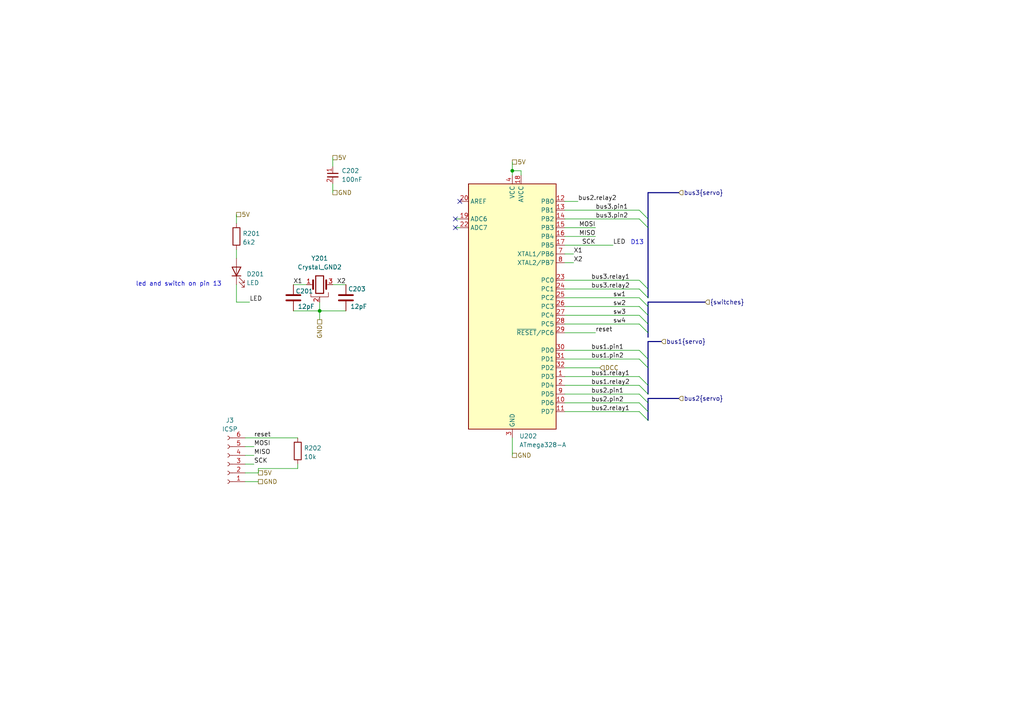
<source format=kicad_sch>
(kicad_sch (version 20230121) (generator eeschema)
  (paper "A4")
  (lib_symbols
    (symbol "Connector:Conn_01x06_Socket" (pin_names (offset 1.016) hide)
      (property "Reference" "J" (at 0 7.62 0))
      (property "Value" "Conn_01x06_Socket" (at 0 -10.16 0))
      (symbol "Conn_01x06_Socket_1_1"
        (arc (start 0 -7.112) (mid -0.5058 -7.62) (end 0 -8.128) (stroke (width 0.1524)))
        (arc (start 0 -4.572) (mid -0.5058 -5.08) (end 0 -5.588) (stroke (width 0.1524)))
        (arc (start 0 -2.032) (mid -0.5058 -2.54) (end 0 -3.048) (stroke (width 0.1524)))
        (polyline (pts (xy -1.27 -7.62) (xy -0.508 -7.62)) (stroke (width 0.1524)))
        (polyline (pts (xy -1.27 -5.08) (xy -0.508 -5.08)) (stroke (width 0.1524)))
        (polyline (pts (xy -1.27 -2.54) (xy -0.508 -2.54)) (stroke (width 0.1524)))
        (polyline (pts (xy -1.27 0) (xy -0.508 0)) (stroke (width 0.1524)))
        (polyline (pts (xy -1.27 2.54) (xy -0.508 2.54)) (stroke (width 0.1524)))
        (polyline (pts (xy -1.27 5.08) (xy -0.508 5.08)) (stroke (width 0.1524)))
        (arc (start 0 0.508) (mid -0.5058 0) (end 0 -0.508) (stroke (width 0.1524)))
        (arc (start 0 3.048) (mid -0.5058 2.54) (end 0 2.032) (stroke (width 0.1524)))
        (arc (start 0 5.588) (mid -0.5058 5.08) (end 0 4.572) (stroke (width 0.1524)))
        (pin passive line (at -5.08 5.08 0) (length 3.81) (name "Pin_1") (number "1"))
        (pin passive line (at -5.08 2.54 0) (length 3.81) (name "Pin_2") (number "2"))
        (pin passive line (at -5.08 0 0) (length 3.81) (name "Pin_3") (number "3"))
        (pin passive line (at -5.08 -2.54 0) (length 3.81) (name "Pin_4") (number "4"))
        (pin passive line (at -5.08 -5.08 0) (length 3.81) (name "Pin_5") (number "5"))
        (pin passive line (at -5.08 -7.62 0) (length 3.81) (name "Pin_6") (number "6"))
      )
    )
    (symbol "Device:C" (pin_numbers hide) (pin_names (offset 0.254))
      (property "Reference" "C" (at 0.635 2.54 0))
      (property "Value" "C" (at 0.635 -2.54 0))
      (symbol "C_0_1"
        (polyline (pts (xy -2.032 -0.762) (xy 2.032 -0.762)) (stroke (width 0.508)))
        (polyline (pts (xy -2.032 0.762) (xy 2.032 0.762)) (stroke (width 0.508)))
      )
      (symbol "C_1_1"
        (pin passive line (at 0 3.81 270) (length 2.794) (name "~") (number "1"))
        (pin passive line (at 0 -3.81 90) (length 2.794) (name "~") (number "2"))
      )
    )
    (symbol "Device:LED" (pin_numbers hide) (pin_names (offset 1.016) hide)
      (property "Reference" "D" (at 0 2.54 0))
      (property "Value" "LED" (at 0 -2.54 0))
      (symbol "LED_0_1"
        (polyline (pts (xy -1.27 -1.27) (xy -1.27 1.27)) (stroke (width 0.254)))
        (polyline (pts (xy -1.27 0) (xy 1.27 0)))
        (polyline (pts (xy 1.27 -1.27) (xy 1.27 1.27) (xy -1.27 0) (xy 1.27 -1.27)) (stroke (width 0.254)))
        (polyline (pts (xy -3.048 -0.762) (xy -4.572 -2.286) (xy -3.81 -2.286) (xy -4.572 -2.286) (xy -4.572 -1.524)))
        (polyline (pts (xy -1.778 -0.762) (xy -3.302 -2.286) (xy -2.54 -2.286) (xy -3.302 -2.286) (xy -3.302 -1.524)))
      )
      (symbol "LED_1_1"
        (pin passive line (at -3.81 0 0) (length 2.54) (name "K") (number "1"))
        (pin passive line (at 3.81 0 180) (length 2.54) (name "A") (number "2"))
      )
    )
    (symbol "Device:R" (pin_numbers hide) (pin_names (offset 0))
      (property "Reference" "R" (at 2.032 0 90))
      (property "Value" "R" (at 0 0 90))
      (symbol "R_0_1"
        (rectangle (start -1.016 -2.54) (end 1.016 2.54) (stroke (width 0.254)))
      )
      (symbol "R_1_1"
        (pin passive line (at 0 3.81 270) (length 1.27) (name "~") (number "1"))
        (pin passive line (at 0 -3.81 90) (length 1.27) (name "~") (number "2"))
      )
    )
    (symbol "MCU_Microchip_ATmega:ATmega328-A"
      (property "Reference" "U" (at -12.7 36.83 0))
      (property "Value" "ATmega328-A" (at 2.54 -36.83 0))
      (symbol "ATmega328-A_0_1"
        (rectangle (start -12.7 -35.56) (end 12.7 35.56) (stroke (width 0.254)) (fill (type background)))
      )
      (symbol "ATmega328-A_1_1"
        (pin bidirectional line (at 15.24 -20.32 180) (length 2.54) (name "PD3") (number "1"))
        (pin bidirectional line (at 15.24 -27.94 180) (length 2.54) (name "PD6") (number "10"))
        (pin bidirectional line (at 15.24 -30.48 180) (length 2.54) (name "PD7") (number "11"))
        (pin bidirectional line (at 15.24 30.48 180) (length 2.54) (name "PB0") (number "12"))
        (pin bidirectional line (at 15.24 27.94 180) (length 2.54) (name "PB1") (number "13"))
        (pin bidirectional line (at 15.24 25.4 180) (length 2.54) (name "PB2") (number "14"))
        (pin bidirectional line (at 15.24 22.86 180) (length 2.54) (name "PB3") (number "15"))
        (pin bidirectional line (at 15.24 20.32 180) (length 2.54) (name "PB4") (number "16"))
        (pin bidirectional line (at 15.24 17.78 180) (length 2.54) (name "PB5") (number "17"))
        (pin power_in line (at 2.54 38.1 270) (length 2.54) (name "AVCC") (number "18"))
        (pin input line (at -15.24 25.4 0) (length 2.54) (name "ADC6") (number "19"))
        (pin bidirectional line (at 15.24 -22.86 180) (length 2.54) (name "PD4") (number "2"))
        (pin passive line (at -15.24 30.48 0) (length 2.54) (name "AREF") (number "20"))
        (pin passive line (at 0 -38.1 90) (length 2.54) hide (name "GND") (number "21"))
        (pin input line (at -15.24 22.86 0) (length 2.54) (name "ADC7") (number "22"))
        (pin bidirectional line (at 15.24 7.62 180) (length 2.54) (name "PC0") (number "23"))
        (pin bidirectional line (at 15.24 5.08 180) (length 2.54) (name "PC1") (number "24"))
        (pin bidirectional line (at 15.24 2.54 180) (length 2.54) (name "PC2") (number "25"))
        (pin bidirectional line (at 15.24 0 180) (length 2.54) (name "PC3") (number "26"))
        (pin bidirectional line (at 15.24 -2.54 180) (length 2.54) (name "PC4") (number "27"))
        (pin bidirectional line (at 15.24 -5.08 180) (length 2.54) (name "PC5") (number "28"))
        (pin bidirectional line (at 15.24 -7.62 180) (length 2.54) (name "~{RESET}/PC6") (number "29"))
        (pin power_in line (at 0 -38.1 90) (length 2.54) (name "GND") (number "3"))
        (pin bidirectional line (at 15.24 -12.7 180) (length 2.54) (name "PD0") (number "30"))
        (pin bidirectional line (at 15.24 -15.24 180) (length 2.54) (name "PD1") (number "31"))
        (pin bidirectional line (at 15.24 -17.78 180) (length 2.54) (name "PD2") (number "32"))
        (pin power_in line (at 0 38.1 270) (length 2.54) (name "VCC") (number "4"))
        (pin passive line (at 0 -38.1 90) (length 2.54) hide (name "GND") (number "5"))
        (pin passive line (at 0 38.1 270) (length 2.54) hide (name "VCC") (number "6"))
        (pin bidirectional line (at 15.24 15.24 180) (length 2.54) (name "XTAL1/PB6") (number "7"))
        (pin bidirectional line (at 15.24 12.7 180) (length 2.54) (name "XTAL2/PB7") (number "8"))
        (pin bidirectional line (at 15.24 -25.4 180) (length 2.54) (name "PD5") (number "9"))
      )
    )
    (symbol "capacitor_miscellaneous:C_0402_100nF"
      (property "Reference" "U" (at 1.27 2.54 0))
      (property "Value" "100nF" (at 3.81 -2.54 0))
      (property "JLCPCB Part#" "C307331" (at 0 0 0))
      (symbol "C_0402_100nF_0_1"
        (polyline (pts (xy -1.524 -0.508) (xy 1.524 -0.508)) (stroke (width 0.3302)))
        (polyline (pts (xy -1.524 0.508) (xy 1.524 0.508)) (stroke (width 0.3048)))
      )
      (symbol "C_0402_100nF_1_1"
        (pin passive line (at 0 2.54 270) (length 2.032) (name "~") (number "1"))
        (pin passive line (at 0 -2.54 90) (length 2.032) (name "~") (number "2"))
      )
    )
    (symbol "custom_kicad_lib_sk:crystal_arduino" (pin_names (offset 1.016) hide)
      (property "Reference" "Y" (at 0 5.715 0))
      (property "Value" "Crystal_GND2" (at 0 3.81 0))
      (property "JLCPCB Part#" "C13738" (at 0 0 0))
      (symbol "crystal_arduino_0_1"
        (rectangle (start -1.143 2.54) (end 1.143 -2.54) (stroke (width 0.3048)))
        (polyline (pts (xy -2.54 0) (xy -1.905 0)))
        (polyline (pts (xy -1.905 -1.27) (xy -1.905 1.27)) (stroke (width 0.508)))
        (polyline (pts (xy 0 -3.81) (xy 0 -3.556)))
        (polyline (pts (xy 1.905 0) (xy 2.54 0)))
        (polyline (pts (xy 1.905 1.27) (xy 1.905 -1.27)) (stroke (width 0.508)))
        (polyline (pts (xy -2.54 -2.286) (xy -2.54 -3.556) (xy 2.54 -3.556) (xy 2.54 -2.286)))
      )
      (symbol "crystal_arduino_1_1"
        (pin passive line (at -3.81 0 0) (length 1.27) (name "1") (number "1"))
        (pin passive line (at 0 -5.08 90) (length 1.27) (name "GND") (number "2"))
        (pin passive line (at 3.81 0 180) (length 1.27) (name "3") (number "3"))
        (pin passive line (at 0 -5.08 90) (length 1.27) hide (name "GND") (number "4"))
      )
    )
  )
  (junction (at 92.71 90.17))
  (junction (at 148.59 49.53))
  (no_connect (at 133.35 58.42))
  (no_connect (at 132.08 63.5))
  (no_connect (at 132.08 66.04))
  (bus_entry (at 187.96 111.76) (size -2.54 -2.54))
  (bus_entry (at 185.42 81.28) (size 2.54 2.54))
  (bus_entry (at 187.96 119.38) (size -2.54 -2.54))
  (bus_entry (at 185.42 63.5) (size 2.54 2.54))
  (bus_entry (at 187.96 114.3) (size -2.54 -2.54))
  (bus_entry (at 185.42 60.96) (size 2.54 2.54))
  (bus_entry (at 187.96 104.14) (size -2.54 -2.54))
  (bus_entry (at 187.96 106.68) (size -2.54 -2.54))
  (bus_entry (at 185.42 91.44) (size 2.54 2.54))
  (bus_entry (at 185.42 88.9) (size 2.54 2.54))
  (bus_entry (at 185.42 86.36) (size 2.54 2.54))
  (bus_entry (at 185.42 83.82) (size 2.54 2.54))
  (bus_entry (at 187.96 116.84) (size -2.54 -2.54))
  (bus_entry (at 185.42 93.98) (size 2.54 2.54))
  (bus_entry (at 187.96 121.92) (size -2.54 -2.54))
  (wire (pts (xy 148.59 49.53) (xy 148.59 50.8)))
  (wire (pts (xy 71.12 127) (xy 86.36 127)))
  (wire (pts (xy 86.36 134.62) (xy 86.36 135.89)))
  (wire (pts (xy 92.71 90.17) (xy 100.33 90.17)))
  (wire (pts (xy 74.93 135.89) (xy 86.36 135.89)))
  (wire (pts (xy 163.83 66.04) (xy 172.72 66.04)))
  (bus (pts (xy 187.96 116.84) (xy 187.96 119.38)))
  (wire (pts (xy 151.13 49.53) (xy 148.59 49.53)))
  (bus (pts (xy 187.96 115.57) (xy 187.96 116.84)))
  (wire (pts (xy 163.83 93.98) (xy 185.42 93.98)))
  (wire (pts (xy 163.83 116.84) (xy 185.42 116.84)))
  (wire (pts (xy 71.12 132.08) (xy 73.66 132.08)))
  (bus (pts (xy 187.96 115.57) (xy 196.85 115.57)))
  (wire (pts (xy 163.83 63.5) (xy 185.42 63.5)))
  (wire (pts (xy 88.9 82.55) (xy 85.09 82.55)))
  (bus (pts (xy 187.96 63.5) (xy 187.96 66.04)))
  (wire (pts (xy 163.83 106.68) (xy 173.99 106.68)))
  (bus (pts (xy 187.96 93.98) (xy 187.96 91.44)))
  (bus (pts (xy 187.96 66.04) (xy 187.96 83.82)))
  (bus (pts (xy 187.96 83.82) (xy 187.96 86.36)))
  (wire (pts (xy 71.12 129.54) (xy 73.66 129.54)))
  (wire (pts (xy 71.12 139.7) (xy 74.93 139.7)))
  (wire (pts (xy 68.58 82.55) (xy 68.58 87.63)))
  (wire (pts (xy 163.83 58.42) (xy 167.64 58.42)))
  (bus (pts (xy 187.96 91.44) (xy 187.96 88.9)))
  (wire (pts (xy 163.83 96.52) (xy 172.72 96.52)))
  (wire (pts (xy 163.83 68.58) (xy 172.72 68.58)))
  (bus (pts (xy 187.96 87.63) (xy 204.47 87.63)))
  (wire (pts (xy 163.83 76.2) (xy 166.37 76.2)))
  (wire (pts (xy 148.59 127) (xy 148.59 132.08)))
  (wire (pts (xy 74.93 137.16) (xy 74.93 135.89)))
  (wire (pts (xy 163.83 114.3) (xy 185.42 114.3)))
  (wire (pts (xy 132.08 63.5) (xy 133.35 63.5)))
  (bus (pts (xy 187.96 111.76) (xy 187.96 114.3)))
  (wire (pts (xy 71.12 137.16) (xy 74.93 137.16)))
  (wire (pts (xy 163.83 91.44) (xy 185.42 91.44)))
  (wire (pts (xy 68.58 72.39) (xy 68.58 74.93)))
  (wire (pts (xy 92.71 87.63) (xy 92.71 90.17)))
  (wire (pts (xy 96.52 82.55) (xy 100.33 82.55)))
  (wire (pts (xy 132.08 66.04) (xy 133.35 66.04)))
  (bus (pts (xy 187.96 99.06) (xy 191.77 99.06)))
  (wire (pts (xy 148.59 46.99) (xy 148.59 49.53)))
  (wire (pts (xy 163.83 73.66) (xy 166.37 73.66)))
  (wire (pts (xy 163.83 119.38) (xy 185.42 119.38)))
  (wire (pts (xy 68.58 62.23) (xy 68.58 64.77)))
  (wire (pts (xy 163.83 60.96) (xy 185.42 60.96)))
  (wire (pts (xy 163.83 71.12) (xy 177.8 71.12)))
  (bus (pts (xy 187.96 119.38) (xy 187.96 121.92)))
  (wire (pts (xy 96.52 53.34) (xy 96.52 55.88)))
  (wire (pts (xy 72.39 87.63) (xy 68.58 87.63)))
  (bus (pts (xy 187.96 104.14) (xy 187.96 106.68)))
  (wire (pts (xy 163.83 88.9) (xy 185.42 88.9)))
  (wire (pts (xy 163.83 104.14) (xy 185.42 104.14)))
  (wire (pts (xy 85.09 90.17) (xy 92.71 90.17)))
  (wire (pts (xy 96.52 45.72) (xy 96.52 48.26)))
  (wire (pts (xy 163.83 101.6) (xy 185.42 101.6)))
  (wire (pts (xy 92.71 90.17) (xy 92.71 92.71)))
  (wire (pts (xy 151.13 50.8) (xy 151.13 49.53)))
  (wire (pts (xy 163.83 83.82) (xy 185.42 83.82)))
  (bus (pts (xy 187.96 87.63) (xy 187.96 88.9)))
  (bus (pts (xy 187.96 55.88) (xy 187.96 63.5)))
  (bus (pts (xy 187.96 99.06) (xy 187.96 104.14)))
  (wire (pts (xy 163.83 81.28) (xy 185.42 81.28)))
  (bus (pts (xy 187.96 106.68) (xy 187.96 111.76)))
  (bus (pts (xy 187.96 96.52) (xy 187.96 93.98)))
  (bus (pts (xy 187.96 55.88) (xy 196.85 55.88)))
  (wire (pts (xy 163.83 111.76) (xy 185.42 111.76)))
  (wire (pts (xy 163.83 86.36) (xy 185.42 86.36)))
  (bus (pts (xy 187.96 97.79) (xy 187.96 96.52)))
  (wire (pts (xy 163.83 109.22) (xy 185.42 109.22)))
  (wire (pts (xy 71.12 134.62) (xy 73.66 134.62)))
  (text "led and switch on pin 13" (at 39.37 83.185 0) (effects (font (size 1.27 1.27)) (justify left bottom)))
  (text "D13" (at 182.88 71.12 0) (effects (font (size 1.27 1.27)) (justify left bottom)))
  (label "bus2.relay2" (at 167.64 58.42 0))
  (label "bus1.pin2" (at 171.45 104.14 0))
  (label "reset" (at 172.72 96.52 0))
  (label "bus1.relay1" (at 171.45 109.22 0))
  (label "X1" (at 85.09 82.55 0))
  (label "X2" (at 166.37 76.2 0))
  (label "bus3.relay2" (at 171.45 83.82 0))
  (label "SCK" (at 73.66 134.62 0))
  (label "bus1.relay2" (at 171.45 111.76 0))
  (label "sw3" (at 177.8 91.44 0))
  (label "bus2.pin1" (at 171.45 114.3 0))
  (label "MOSI" (at 172.72 66.04 180))
  (label "MISO" (at 73.66 132.08 0))
  (label "bus1.pin1" (at 171.45 101.6 0))
  (label "LED" (at 177.8 71.12 0))
  (label "X1" (at 166.37 73.66 0))
  (label "sw2" (at 177.8 88.9 0))
  (label "SCK" (at 172.72 71.12 180))
  (label "bus3.pin2" (at 172.72 63.5 0))
  (label "MISO" (at 172.72 68.58 180))
  (label "bus2.pin2" (at 171.45 116.84 0))
  (label "MOSI" (at 73.66 129.54 0))
  (label "reset" (at 73.66 127 0))
  (label "LED" (at 72.39 87.63 0))
  (label "sw4" (at 177.8 93.98 0))
  (label "bus3.relay1" (at 171.45 81.28 0))
  (label "sw1" (at 177.8 86.36 0))
  (label "bus3.pin1" (at 172.72 60.96 0))
  (label "X2" (at 100.33 82.55 180))
  (label "bus2.relay1" (at 171.45 119.38 0))
  (hierarchical_label "{switches}" (shape input) (at 204.47 87.63 0))
  (hierarchical_label "bus2{servo}" (shape input) (at 196.85 115.57 0))
  (hierarchical_label "DCC" (shape input) (at 173.99 106.68 0))
  (hierarchical_label "5V" (shape passive) (at 74.93 137.16 0))
  (hierarchical_label "5V" (shape passive) (at 148.59 46.99 0))
  (hierarchical_label "5V" (shape passive) (at 96.52 45.72 0))
  (hierarchical_label "GND" (shape passive) (at 74.93 139.7 0))
  (hierarchical_label "GND" (shape passive) (at 96.52 55.88 0))
  (hierarchical_label "GND" (shape passive) (at 148.59 132.08 0))
  (hierarchical_label "bus3{servo}" (shape input) (at 196.85 55.88 0))
  (hierarchical_label "GND" (shape passive) (at 92.71 92.71 270))
  (hierarchical_label "bus1{servo}" (shape input) (at 191.77 99.06 0))
  (hierarchical_label "5V" (shape passive) (at 68.58 62.23 0))
  (symbol (lib_id "custom_kicad_lib_sk:crystal_arduino") (at 92.71 82.55 0) (unit 1)
    (property "Reference" "Y201" (at 92.71 74.93 0))
    (property "Value" "Crystal_GND2" (at 92.71 77.47 0))
    (property "Footprint" "custom_kicad_lib_sk:crystal_arduino" (effects hide))
    (property "JLCPCB Part#" "C13738" (effects hide))
    (instances (project "atmega328" (path "" (reference "Y201") (unit 1))) (project "OS-servoDriver_relay" (path "" (reference "Y201") (unit 1))) (project "general_schematics" (path "" (reference "Y?") (unit 1)) (path "" (reference "Y1401") (unit 1))))
  )
  (symbol (lib_id "Device:C") (at 100.33 86.36 180) (unit 1)
    (property "Reference" "C203" (at 100.965 83.82 0) (effects (justify right)))
    (property "Value" "12pF" (at 101.6 88.9 0) (effects (justify right)))
    (property "Footprint" "Capacitor_SMD:C_0603_1608Metric" (effects hide))
    (property "JLCPCB Part#" "C38523" (effects hide))
    (instances (project "atmega328" (path "" (reference "C203") (unit 1))) (project "OS-servoDriver_relay" (path "" (reference "C203") (unit 1))) (project "general_schematics" (path "" (reference "C?") (unit 1)) (path "" (reference "C1403") (unit 1))))
  )
  (symbol (lib_id "Device:R") (at 68.58 68.58 0) (unit 1)
    (property "Reference" "R201" (at 70.358 67.7453 0) (effects (justify left)))
    (property "Value" "6k2" (at 70.358 70.2822 0) (effects (justify left)))
    (property "Footprint" "Resistor_SMD:R_0603_1608Metric_Pad0.98x0.95mm_HandSolder" (effects hide))
    (property "JLCPCB Part#" "C4260" (effects hide))
    (instances (project "atmega328" (path "" (reference "R201") (unit 1))) (project "OS-servoDriver_relay" (path "" (reference "R201") (unit 1))) (project "general_schematics" (path "" (reference "R1401") (unit 1))))
  )
  (symbol (lib_id "MCU_Microchip_ATmega:ATmega328-A") (at 148.59 88.9 0) (unit 1)
    (property "Reference" "U202" (at 150.6094 126.4904 0) (effects (justify left)))
    (property "Value" "ATmega328-A" (at 150.6094 129.0273 0) (effects (justify left)))
    (property "Footprint" "Package_QFP:TQFP-32_7x7mm_P0.8mm" (effects hide))
    (property "Datasheet" "http://ww1.microchip.com/downloads/en/DeviceDoc/ATmega328_P%20AVR%20MCU%20with%20picoPower%20Technology%20Data%20Sheet%2040001984A.pdf" (effects hide))
    (property "JLCPCB Part#" "C14877" (effects hide))
    (instances (project "atmega328" (path "" (reference "U202") (unit 1))) (project "OS-servoDriver_relay" (path "" (reference "U202") (unit 1))) (project "general_schematics" (path "" (reference "U1402") (unit 1))))
  )
  (symbol (lib_id "Device:C") (at 85.09 86.36 180) (unit 1)
    (property "Reference" "C201" (at 85.725 84.455 0) (effects (justify right)))
    (property "Value" "12pF" (at 86.36 88.9 0) (effects (justify right)))
    (property "Footprint" "Capacitor_SMD:C_0603_1608Metric" (effects hide))
    (property "JLCPCB Part#" "C38523" (effects hide))
    (instances (project "atmega328" (path "" (reference "C201") (unit 1))) (project "OS-servoDriver_relay" (path "" (reference "C201") (unit 1))) (project "general_schematics" (path "" (reference "C?") (unit 1)) (path "" (reference "C1401") (unit 1))))
  )
  (symbol (lib_id "Device:LED") (at 68.58 78.74 90) (unit 1)
    (property "Reference" "D201" (at 71.501 79.4928 90) (effects (justify right)))
    (property "Value" "LED" (at 71.501 82.0297 90) (effects (justify right)))
    (property "Footprint" "LED_SMD:LED_0805_2012Metric_Pad1.15x1.40mm_HandSolder" (effects hide))
    (property "JLCPCB Part#" "C84256" (effects hide))
    (instances (project "atmega328" (path "" (reference "D201") (unit 1))) (project "OS-servoDriver_relay" (path "" (reference "D201") (unit 1))) (project "general_schematics" (path "" (reference "D1401") (unit 1))))
  )
  (symbol (lib_id "Device:R") (at 86.36 130.81 0) (unit 1)
    (property "Reference" "R202" (at 88.138 129.9753 0) (effects (justify left)))
    (property "Value" "10k" (at 88.138 132.5122 0) (effects (justify left)))
    (property "Footprint" "Resistor_SMD:R_0402_1005Metric_Pad0.72x0.64mm_HandSolder" (effects hide))
    (property "JLCPCB Part#" "C25744" (effects hide))
    (instances (project "atmega328" (path "" (reference "R202") (unit 1))) (project "OS-servoDriver_relay" (path "" (reference "R202") (unit 1))) (project "general_schematics" (path "" (reference "R1402") (unit 1))))
  )
  (symbol (lib_id "capacitor_miscellaneous:C_0402_100nF") (at 96.52 50.8 0) (unit 1)
    (property "Reference" "C202" (at 99.06 49.5363 0) (effects (justify left)))
    (property "Value" "100nF" (at 99.06 52.0763 0) (effects (justify left)))
    (property "Footprint" "Capacitor_SMD:C_0402_1005Metric" (effects hide))
    (property "JLCPCB Part#" "C307331" (effects hide))
  )
  (symbol (lib_id "Connector:Conn_01x06_Socket") (at 66.04 134.62 180) (unit 1)
    (property "Reference" "J3" (at 66.675 121.92 0))
    (property "Value" "ICSP" (at 66.675 124.46 0))
    (property "Footprint" "Connector_PinHeader_2.54mm:PinHeader_1x06_P2.54mm_Vertical" (effects hide))
    (instances (project "solenoidDecoder" (path "" (reference "J3") (unit 1))) (project "OS-servoDriver_relay" (path "" (reference "J201") (unit 1))))
  )
)
</source>
